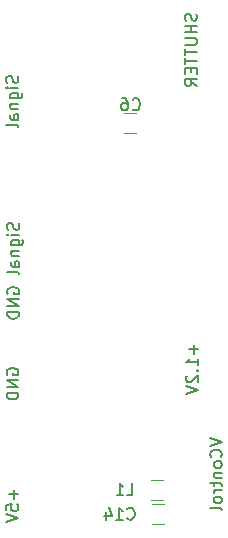
<source format=gbr>
%TF.GenerationSoftware,KiCad,Pcbnew,4.0.6*%
%TF.CreationDate,2017-08-02T11:59:14-04:00*%
%TF.ProjectId,pmt-transimpedance-amplifier,706D742D7472616E73696D706564616E,rev?*%
%TF.FileFunction,Legend,Bot*%
%FSLAX46Y46*%
G04 Gerber Fmt 4.6, Leading zero omitted, Abs format (unit mm)*
G04 Created by KiCad (PCBNEW 4.0.6) date 08/02/17 11:59:14*
%MOMM*%
%LPD*%
G01*
G04 APERTURE LIST*
%ADD10C,0.100000*%
%ADD11C,0.120000*%
%ADD12C,0.150000*%
G04 APERTURE END LIST*
D10*
D11*
X218045000Y-112865000D02*
X219045000Y-112865000D01*
X219045000Y-114565000D02*
X218045000Y-114565000D01*
X218095000Y-114915000D02*
X219095000Y-114915000D01*
X219095000Y-116615000D02*
X218095000Y-116615000D01*
X216775000Y-83450000D02*
X215775000Y-83450000D01*
X215775000Y-81750000D02*
X216775000Y-81750000D01*
D12*
X221864762Y-73382381D02*
X221912381Y-73525238D01*
X221912381Y-73763334D01*
X221864762Y-73858572D01*
X221817143Y-73906191D01*
X221721905Y-73953810D01*
X221626667Y-73953810D01*
X221531429Y-73906191D01*
X221483810Y-73858572D01*
X221436190Y-73763334D01*
X221388571Y-73572857D01*
X221340952Y-73477619D01*
X221293333Y-73430000D01*
X221198095Y-73382381D01*
X221102857Y-73382381D01*
X221007619Y-73430000D01*
X220960000Y-73477619D01*
X220912381Y-73572857D01*
X220912381Y-73810953D01*
X220960000Y-73953810D01*
X221912381Y-74382381D02*
X220912381Y-74382381D01*
X221388571Y-74382381D02*
X221388571Y-74953810D01*
X221912381Y-74953810D02*
X220912381Y-74953810D01*
X220912381Y-75430000D02*
X221721905Y-75430000D01*
X221817143Y-75477619D01*
X221864762Y-75525238D01*
X221912381Y-75620476D01*
X221912381Y-75810953D01*
X221864762Y-75906191D01*
X221817143Y-75953810D01*
X221721905Y-76001429D01*
X220912381Y-76001429D01*
X220912381Y-76334762D02*
X220912381Y-76906191D01*
X221912381Y-76620476D02*
X220912381Y-76620476D01*
X220912381Y-77096667D02*
X220912381Y-77668096D01*
X221912381Y-77382381D02*
X220912381Y-77382381D01*
X221388571Y-78001429D02*
X221388571Y-78334763D01*
X221912381Y-78477620D02*
X221912381Y-78001429D01*
X220912381Y-78001429D01*
X220912381Y-78477620D01*
X221912381Y-79477620D02*
X221436190Y-79144286D01*
X221912381Y-78906191D02*
X220912381Y-78906191D01*
X220912381Y-79287144D01*
X220960000Y-79382382D01*
X221007619Y-79430001D01*
X221102857Y-79477620D01*
X221245714Y-79477620D01*
X221340952Y-79430001D01*
X221388571Y-79382382D01*
X221436190Y-79287144D01*
X221436190Y-78906191D01*
X221621429Y-101390000D02*
X221621429Y-102151905D01*
X222002381Y-101770953D02*
X221240476Y-101770953D01*
X222002381Y-103151905D02*
X222002381Y-102580476D01*
X222002381Y-102866190D02*
X221002381Y-102866190D01*
X221145238Y-102770952D01*
X221240476Y-102675714D01*
X221288095Y-102580476D01*
X221907143Y-103580476D02*
X221954762Y-103628095D01*
X222002381Y-103580476D01*
X221954762Y-103532857D01*
X221907143Y-103580476D01*
X222002381Y-103580476D01*
X221097619Y-104009047D02*
X221050000Y-104056666D01*
X221002381Y-104151904D01*
X221002381Y-104390000D01*
X221050000Y-104485238D01*
X221097619Y-104532857D01*
X221192857Y-104580476D01*
X221288095Y-104580476D01*
X221430952Y-104532857D01*
X222002381Y-103961428D01*
X222002381Y-104580476D01*
X221002381Y-104866190D02*
X222002381Y-105199523D01*
X221002381Y-105532857D01*
X223012381Y-109322380D02*
X224012381Y-109655713D01*
X223012381Y-109989047D01*
X223917143Y-110893809D02*
X223964762Y-110846190D01*
X224012381Y-110703333D01*
X224012381Y-110608095D01*
X223964762Y-110465237D01*
X223869524Y-110369999D01*
X223774286Y-110322380D01*
X223583810Y-110274761D01*
X223440952Y-110274761D01*
X223250476Y-110322380D01*
X223155238Y-110369999D01*
X223060000Y-110465237D01*
X223012381Y-110608095D01*
X223012381Y-110703333D01*
X223060000Y-110846190D01*
X223107619Y-110893809D01*
X224012381Y-111465237D02*
X223964762Y-111369999D01*
X223917143Y-111322380D01*
X223821905Y-111274761D01*
X223536190Y-111274761D01*
X223440952Y-111322380D01*
X223393333Y-111369999D01*
X223345714Y-111465237D01*
X223345714Y-111608095D01*
X223393333Y-111703333D01*
X223440952Y-111750952D01*
X223536190Y-111798571D01*
X223821905Y-111798571D01*
X223917143Y-111750952D01*
X223964762Y-111703333D01*
X224012381Y-111608095D01*
X224012381Y-111465237D01*
X223345714Y-112227142D02*
X224012381Y-112227142D01*
X223440952Y-112227142D02*
X223393333Y-112274761D01*
X223345714Y-112369999D01*
X223345714Y-112512857D01*
X223393333Y-112608095D01*
X223488571Y-112655714D01*
X224012381Y-112655714D01*
X223345714Y-112989047D02*
X223345714Y-113369999D01*
X223012381Y-113131904D02*
X223869524Y-113131904D01*
X223964762Y-113179523D01*
X224012381Y-113274761D01*
X224012381Y-113369999D01*
X224012381Y-113703333D02*
X223345714Y-113703333D01*
X223536190Y-113703333D02*
X223440952Y-113750952D01*
X223393333Y-113798571D01*
X223345714Y-113893809D01*
X223345714Y-113989048D01*
X224012381Y-114465238D02*
X223964762Y-114370000D01*
X223917143Y-114322381D01*
X223821905Y-114274762D01*
X223536190Y-114274762D01*
X223440952Y-114322381D01*
X223393333Y-114370000D01*
X223345714Y-114465238D01*
X223345714Y-114608096D01*
X223393333Y-114703334D01*
X223440952Y-114750953D01*
X223536190Y-114798572D01*
X223821905Y-114798572D01*
X223917143Y-114750953D01*
X223964762Y-114703334D01*
X224012381Y-114608096D01*
X224012381Y-114465238D01*
X224012381Y-115370000D02*
X223964762Y-115274762D01*
X223869524Y-115227143D01*
X223012381Y-115227143D01*
X206391429Y-113694286D02*
X206391429Y-114456191D01*
X206772381Y-114075239D02*
X206010476Y-114075239D01*
X205772381Y-115408572D02*
X205772381Y-114932381D01*
X206248571Y-114884762D01*
X206200952Y-114932381D01*
X206153333Y-115027619D01*
X206153333Y-115265715D01*
X206200952Y-115360953D01*
X206248571Y-115408572D01*
X206343810Y-115456191D01*
X206581905Y-115456191D01*
X206677143Y-115408572D01*
X206724762Y-115360953D01*
X206772381Y-115265715D01*
X206772381Y-115027619D01*
X206724762Y-114932381D01*
X206677143Y-114884762D01*
X205772381Y-115741905D02*
X206772381Y-116075238D01*
X205772381Y-116408572D01*
X205840000Y-103938096D02*
X205792381Y-103842858D01*
X205792381Y-103700001D01*
X205840000Y-103557143D01*
X205935238Y-103461905D01*
X206030476Y-103414286D01*
X206220952Y-103366667D01*
X206363810Y-103366667D01*
X206554286Y-103414286D01*
X206649524Y-103461905D01*
X206744762Y-103557143D01*
X206792381Y-103700001D01*
X206792381Y-103795239D01*
X206744762Y-103938096D01*
X206697143Y-103985715D01*
X206363810Y-103985715D01*
X206363810Y-103795239D01*
X206792381Y-104414286D02*
X205792381Y-104414286D01*
X206792381Y-104985715D01*
X205792381Y-104985715D01*
X206792381Y-105461905D02*
X205792381Y-105461905D01*
X205792381Y-105700000D01*
X205840000Y-105842858D01*
X205935238Y-105938096D01*
X206030476Y-105985715D01*
X206220952Y-106033334D01*
X206363810Y-106033334D01*
X206554286Y-105985715D01*
X206649524Y-105938096D01*
X206744762Y-105842858D01*
X206792381Y-105700000D01*
X206792381Y-105461905D01*
X206804762Y-91082381D02*
X206852381Y-91225238D01*
X206852381Y-91463334D01*
X206804762Y-91558572D01*
X206757143Y-91606191D01*
X206661905Y-91653810D01*
X206566667Y-91653810D01*
X206471429Y-91606191D01*
X206423810Y-91558572D01*
X206376190Y-91463334D01*
X206328571Y-91272857D01*
X206280952Y-91177619D01*
X206233333Y-91130000D01*
X206138095Y-91082381D01*
X206042857Y-91082381D01*
X205947619Y-91130000D01*
X205900000Y-91177619D01*
X205852381Y-91272857D01*
X205852381Y-91510953D01*
X205900000Y-91653810D01*
X206852381Y-92082381D02*
X206185714Y-92082381D01*
X205852381Y-92082381D02*
X205900000Y-92034762D01*
X205947619Y-92082381D01*
X205900000Y-92130000D01*
X205852381Y-92082381D01*
X205947619Y-92082381D01*
X206185714Y-92987143D02*
X206995238Y-92987143D01*
X207090476Y-92939524D01*
X207138095Y-92891905D01*
X207185714Y-92796666D01*
X207185714Y-92653809D01*
X207138095Y-92558571D01*
X206804762Y-92987143D02*
X206852381Y-92891905D01*
X206852381Y-92701428D01*
X206804762Y-92606190D01*
X206757143Y-92558571D01*
X206661905Y-92510952D01*
X206376190Y-92510952D01*
X206280952Y-92558571D01*
X206233333Y-92606190D01*
X206185714Y-92701428D01*
X206185714Y-92891905D01*
X206233333Y-92987143D01*
X206185714Y-93463333D02*
X206852381Y-93463333D01*
X206280952Y-93463333D02*
X206233333Y-93510952D01*
X206185714Y-93606190D01*
X206185714Y-93749048D01*
X206233333Y-93844286D01*
X206328571Y-93891905D01*
X206852381Y-93891905D01*
X206852381Y-94796667D02*
X206328571Y-94796667D01*
X206233333Y-94749048D01*
X206185714Y-94653810D01*
X206185714Y-94463333D01*
X206233333Y-94368095D01*
X206804762Y-94796667D02*
X206852381Y-94701429D01*
X206852381Y-94463333D01*
X206804762Y-94368095D01*
X206709524Y-94320476D01*
X206614286Y-94320476D01*
X206519048Y-94368095D01*
X206471429Y-94463333D01*
X206471429Y-94701429D01*
X206423810Y-94796667D01*
X206852381Y-95415714D02*
X206804762Y-95320476D01*
X206709524Y-95272857D01*
X205852381Y-95272857D01*
X205900000Y-97082382D02*
X205852381Y-96987144D01*
X205852381Y-96844287D01*
X205900000Y-96701429D01*
X205995238Y-96606191D01*
X206090476Y-96558572D01*
X206280952Y-96510953D01*
X206423810Y-96510953D01*
X206614286Y-96558572D01*
X206709524Y-96606191D01*
X206804762Y-96701429D01*
X206852381Y-96844287D01*
X206852381Y-96939525D01*
X206804762Y-97082382D01*
X206757143Y-97130001D01*
X206423810Y-97130001D01*
X206423810Y-96939525D01*
X206852381Y-97558572D02*
X205852381Y-97558572D01*
X206852381Y-98130001D01*
X205852381Y-98130001D01*
X206852381Y-98606191D02*
X205852381Y-98606191D01*
X205852381Y-98844286D01*
X205900000Y-98987144D01*
X205995238Y-99082382D01*
X206090476Y-99130001D01*
X206280952Y-99177620D01*
X206423810Y-99177620D01*
X206614286Y-99130001D01*
X206709524Y-99082382D01*
X206804762Y-98987144D01*
X206852381Y-98844286D01*
X206852381Y-98606191D01*
X206734762Y-78637143D02*
X206782381Y-78780000D01*
X206782381Y-79018096D01*
X206734762Y-79113334D01*
X206687143Y-79160953D01*
X206591905Y-79208572D01*
X206496667Y-79208572D01*
X206401429Y-79160953D01*
X206353810Y-79113334D01*
X206306190Y-79018096D01*
X206258571Y-78827619D01*
X206210952Y-78732381D01*
X206163333Y-78684762D01*
X206068095Y-78637143D01*
X205972857Y-78637143D01*
X205877619Y-78684762D01*
X205830000Y-78732381D01*
X205782381Y-78827619D01*
X205782381Y-79065715D01*
X205830000Y-79208572D01*
X206782381Y-79637143D02*
X206115714Y-79637143D01*
X205782381Y-79637143D02*
X205830000Y-79589524D01*
X205877619Y-79637143D01*
X205830000Y-79684762D01*
X205782381Y-79637143D01*
X205877619Y-79637143D01*
X206115714Y-80541905D02*
X206925238Y-80541905D01*
X207020476Y-80494286D01*
X207068095Y-80446667D01*
X207115714Y-80351428D01*
X207115714Y-80208571D01*
X207068095Y-80113333D01*
X206734762Y-80541905D02*
X206782381Y-80446667D01*
X206782381Y-80256190D01*
X206734762Y-80160952D01*
X206687143Y-80113333D01*
X206591905Y-80065714D01*
X206306190Y-80065714D01*
X206210952Y-80113333D01*
X206163333Y-80160952D01*
X206115714Y-80256190D01*
X206115714Y-80446667D01*
X206163333Y-80541905D01*
X206115714Y-81018095D02*
X206782381Y-81018095D01*
X206210952Y-81018095D02*
X206163333Y-81065714D01*
X206115714Y-81160952D01*
X206115714Y-81303810D01*
X206163333Y-81399048D01*
X206258571Y-81446667D01*
X206782381Y-81446667D01*
X206782381Y-82351429D02*
X206258571Y-82351429D01*
X206163333Y-82303810D01*
X206115714Y-82208572D01*
X206115714Y-82018095D01*
X206163333Y-81922857D01*
X206734762Y-82351429D02*
X206782381Y-82256191D01*
X206782381Y-82018095D01*
X206734762Y-81922857D01*
X206639524Y-81875238D01*
X206544286Y-81875238D01*
X206449048Y-81922857D01*
X206401429Y-82018095D01*
X206401429Y-82256191D01*
X206353810Y-82351429D01*
X206782381Y-82970476D02*
X206734762Y-82875238D01*
X206639524Y-82827619D01*
X205782381Y-82827619D01*
X215966666Y-114142381D02*
X216442857Y-114142381D01*
X216442857Y-113142381D01*
X215109523Y-114142381D02*
X215680952Y-114142381D01*
X215395238Y-114142381D02*
X215395238Y-113142381D01*
X215490476Y-113285238D01*
X215585714Y-113380476D01*
X215680952Y-113428095D01*
X216012857Y-116107143D02*
X216060476Y-116154762D01*
X216203333Y-116202381D01*
X216298571Y-116202381D01*
X216441429Y-116154762D01*
X216536667Y-116059524D01*
X216584286Y-115964286D01*
X216631905Y-115773810D01*
X216631905Y-115630952D01*
X216584286Y-115440476D01*
X216536667Y-115345238D01*
X216441429Y-115250000D01*
X216298571Y-115202381D01*
X216203333Y-115202381D01*
X216060476Y-115250000D01*
X216012857Y-115297619D01*
X215060476Y-116202381D02*
X215631905Y-116202381D01*
X215346191Y-116202381D02*
X215346191Y-115202381D01*
X215441429Y-115345238D01*
X215536667Y-115440476D01*
X215631905Y-115488095D01*
X214203333Y-115535714D02*
X214203333Y-116202381D01*
X214441429Y-115154762D02*
X214679524Y-115869048D01*
X214060476Y-115869048D01*
X216456666Y-81447143D02*
X216504285Y-81494762D01*
X216647142Y-81542381D01*
X216742380Y-81542381D01*
X216885238Y-81494762D01*
X216980476Y-81399524D01*
X217028095Y-81304286D01*
X217075714Y-81113810D01*
X217075714Y-80970952D01*
X217028095Y-80780476D01*
X216980476Y-80685238D01*
X216885238Y-80590000D01*
X216742380Y-80542381D01*
X216647142Y-80542381D01*
X216504285Y-80590000D01*
X216456666Y-80637619D01*
X215599523Y-80542381D02*
X215790000Y-80542381D01*
X215885238Y-80590000D01*
X215932857Y-80637619D01*
X216028095Y-80780476D01*
X216075714Y-80970952D01*
X216075714Y-81351905D01*
X216028095Y-81447143D01*
X215980476Y-81494762D01*
X215885238Y-81542381D01*
X215694761Y-81542381D01*
X215599523Y-81494762D01*
X215551904Y-81447143D01*
X215504285Y-81351905D01*
X215504285Y-81113810D01*
X215551904Y-81018571D01*
X215599523Y-80970952D01*
X215694761Y-80923333D01*
X215885238Y-80923333D01*
X215980476Y-80970952D01*
X216028095Y-81018571D01*
X216075714Y-81113810D01*
M02*

</source>
